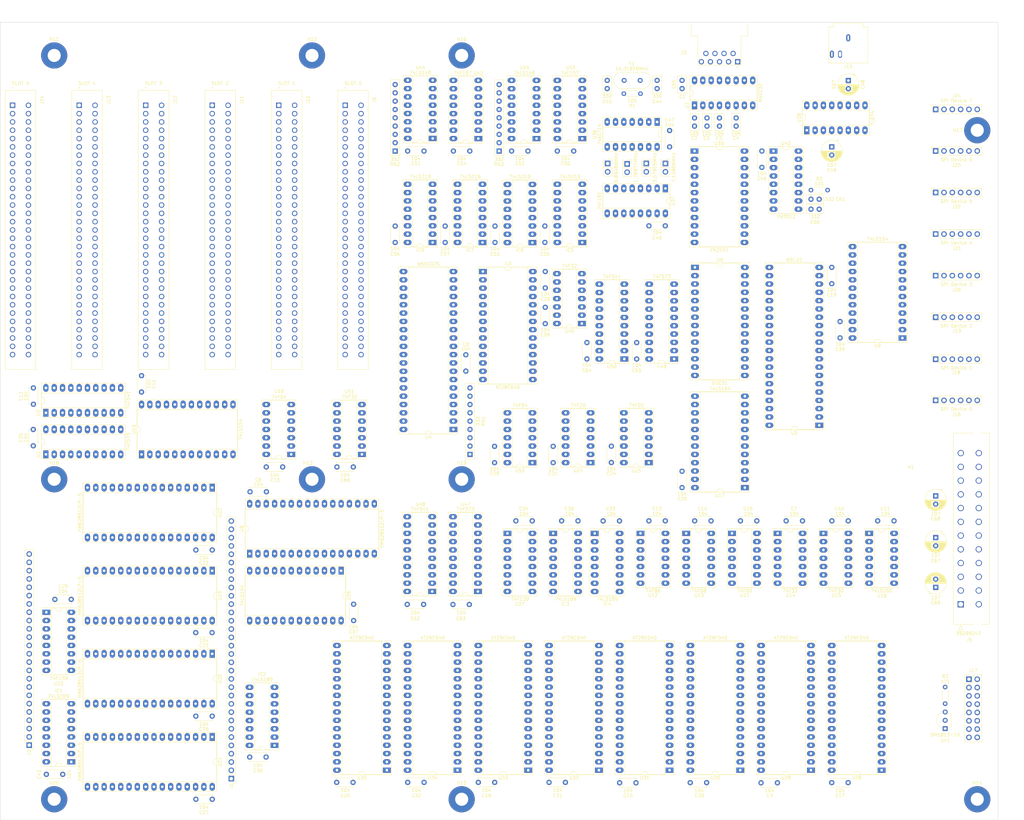
<source format=kicad_pcb>
(kicad_pcb (version 20240108) (generator "pcbnew") (generator_version "8.0")
  (layers (0 "F.Cu" mixed) (31 "B.Cu" signal) (34 "B.Paste" user) (35 "F.Paste" user) (36 "B.SilkS" user "B.Silkscreen") (37 "F.SilkS" user "F.Silkscreen") (38 "B.Mask" user) (39 "F.Mask" user) (44 "Edge.Cuts" user))
  (net 0 "")
  (net 1 "nRAMB3")
  (net 2 "T2")
  (net 3 "T3")
  (net 4 "T0")
  (net 5 "D0")
  (net 6 "nRAMB2")
  (net 7 "T1")
  (net 8 "Net-(IC1-R{slash}~{W})")
  (net 9 "nRAMB0")
  (net 10 "nRAMB1")
  (net 11 "nRAMB4")
  (net 12 "nRAMB7")
  (net 13 "nRAMB6")
  (net 14 "nRAMB5")
  (net 15 "nROMB2")
  (net 16 "nROMB3")
  (net 17 "nROMB1")
  (net 18 "nROMB0")
  (net 19 "Net-(IC3-R{slash}~{W})")
  (net 20 "nROMB5")
  (net 21 "nROMB4")
  (net 22 "nROMB6")
  (net 23 "nROMB7")
  (net 24 "T7")
  (net 25 "!RWB")
  (net 26 "T5")
  (net 27 "T4")
  (net 28 "RWB")
  (net 29 "T6")
  (net 30 "A8")
  (net 31 "A9")
  (net 32 "A12")
  (net 33 "A7")
  (net 34 "A5")
  (net 35 "A1")
  (net 36 "A4")
  (net 37 "A11")
  (net 38 "A10")
  (net 39 "A2")
  (net 40 "A0")
  (net 41 "A3")
  (net 42 "A6")
  (net 47 "FFF0_L")
  (net 48 "nFFF0_S")
  (net 49 "nOSR_S")
  (net 50 "NMIB")
  (net 51 "RESB")
  (net 52 "PHI1O")
  (net 53 "PHI2O")
  (net 55 "+5VA")
  (net 56 "IRQB")
  (net 57 "A15")
  (net 58 "SOB")
  (net 59 "A14")
  (net 60 "PHI2")
  (net 61 "A13")
  (net 62 "SPI_MOSI")
  (net 67 "nIOP0_S")
  (net 70 "SPI_MISO")
  (net 79 "nIOP1_S")
  (net 80 "Net-(C44-Pad1)")
  (net 81 "Net-(U37-Cp)")
  (net 83 "nIOP13_S")
  (net 84 "nIOP3_S")
  (net 85 "nIOP5_S")
  (net 86 "nIOP6_S")
  (net 87 "nIOP12_S")
  (net 88 "nIOP11_S")
  (net 89 "nIOP15_S")
  (net 90 "nIOP10_S")
  (net 91 "nIOP2_S")
  (net 92 "nIOP9_S")
  (net 93 "nIOP8_S")
  (net 94 "nIOP7_S")
  (net 95 "HS_CLK")
  (net 96 "nIOP4_S")
  (net 97 "nIOP14_S")
  (net 98 "Net-(U11-Pad9)")
  (net 99 "nBRO_S")
  (net 100 "Net-(U10-~{E0})")
  (net 101 "Net-(U11-Pad5)")
  (net 102 "nBRA_S")
  (net 103 "Net-(U11-Pad13)")
  (net 104 "nDPR_S")
  (net 106 "Net-(U13-Pad8)")
  (net 107 "Net-(U13-Pad10)")
  (net 108 "Net-(U13-Pad9)")
  (net 109 "nIOB0_S")
  (net 111 "nIOB15_S")
  (net 112 "nIOB12_S")
  (net 113 "nIOB7_S")
  (net 114 "nIOB13_S")
  (net 115 "nIOB14_S")
  (net 116 "nIOB4_S")
  (net 117 "nIOB6_S")
  (net 118 "nIOB1_S")
  (net 119 "nIOB11_S")
  (net 120 "nIOB2_S")
  (net 121 "nIOB5_S")
  (net 122 "nIOB9_S")
  (net 123 "nIOB3_S")
  (net 124 "nIOB8_S")
  (net 125 "nIOB10_S")
  (net 126 "DPR_S")
  (net 127 "!A0")
  (net 128 "SER_CLK")
  (net 129 "Net-(U37-Q1)")
  (net 130 "Net-(J4-Pad1)")
  (net 131 "nBRC0_S")
  (net 132 "Net-(U24-Pad10)")
  (net 133 "nBRC8_S")
  (net 134 "nBRC14_S")
  (net 135 "nBRC5_S")
  (net 136 "nBRC1_S")
  (net 137 "nBRC10_S")
  (net 138 "nBRC2_S")
  (net 139 "nBRC7_S")
  (net 140 "nBRC11_S")
  (net 141 "nBRC9_S")
  (net 142 "nBRC6_S")
  (net 143 "nBRC3_S")
  (net 144 "nBRC12_S")
  (net 145 "nBRC15_S")
  (net 146 "nBRC13_S")
  (net 147 "nBRC4_S")
  (net 148 "nBROMC2_S")
  (net 149 "nBROMC1_S")
  (net 150 "nBROMC0_S")
  (net 151 "nBROMC4_S")
  (net 152 "nBROMC7_S")
  (net 153 "nBROMC6_S")
  (net 154 "nBROMC5_S")
  (net 155 "nBROMC3_S")
  (net 156 "D2")
  (net 157 "D3")
  (net 158 "D1")
  (net 159 "D4")
  (net 160 "D5")
  (net 161 "D7")
  (net 162 "Net-(J6-Pad1)")
  (net 163 "RDY")
  (net 164 "SND_CLK")
  (net 165 "Net-(U40-COM)")
  (net 166 "Net-(U37-Q2)")
  (net 167 "Net-(R3-Pad2)")
  (net 168 "Net-(U37-Q0)")
  (net 171 "+3.3V")
  (net 172 "+12V")
  (net 173 "-12V")
  (net 175 "SYNC")
  (net 176 "Net-(U37-Q3)")
  (net 177 "Net-(U40-CH2)")
  (net 178 "Net-(U40-BC)")
  (net 179 "Net-(U40-RB)")
  (net 180 "Net-(U40-CH1)")
  (net 181 "Net-(U40-ToBUFF)")
  (net 182 "Net-(U40-MP)")
  (net 184 "Net-(U39A-SH1)")
  (net 185 "Net-(U39A-DAC_CLK)")
  (net 186 "Net-(U39A-SO)")
  (net 187 "Net-(U39A-SH2)")
  (net 189 "-5V")
  (net 190 "SPI_CLK")
  (net 191 "MLB")
  (net 192 "BE")
  (net 193 "VPB")
  (net 194 "nIO_S")
  (net 195 "q2")
  (net 196 "q0")
  (net 197 "q1")
  (net 198 "q3")
  (net 199 "Net-(J17-Pin_15)")
  (net 200 "Net-(J17-Pin_13)")
  (net 201 "SND_CR")
  (net 202 "nIRQ2")
  (net 203 "I2C_SCL")
  (net 204 "SND_CL")
  (net 205 "I2C_SDA")
  (net 206 "nIRQ3")
  (net 207 "nBROMD")
  (net 208 "nIRQ10")
  (net 209 "nIRQ5")
  (net 210 "nIRQ6")
  (net 211 "nIRQ11")
  (net 212 "nIRQ7")
  (net 213 "nIRQ12")
  (net 214 "nIRQ14")
  (net 215 "nIRQ9")
  (net 216 "nIRQ8")
  (net 217 "nIRQ13")
  (net 218 "Net-(J17-Pin_16)")
  (net 228 "BROMD")
  (net 229 "Net-(U45-~{GS})")
  (net 230 "Net-(U44-~{GS})")
  (net 231 "Net-(U42-A{slash}B)")
  (net 232 "Net-(U42-I1c)")
  (net 233 "Net-(U42-Qc)")
  (net 234 "Net-(U42-I1a)")
  (net 235 "Net-(U42-I0c)")
  (net 236 "Net-(U42-I1b)")
  (net 237 "Net-(U42-Qb)")
  (net 238 "Net-(U42-I0b)")
  (net 239 "Net-(U42-Qd)")
  (net 240 "Net-(U42-Qa)")
  (net 241 "Net-(U42-I0a)")
  (net 242 "nIRQ0")
  (net 243 "nIRQ4")
  (net 244 "Net-(U44-~{EO})")
  (net 245 "nIRQ1")
  (net 246 "nIRQ15")
  (net 247 "Net-(IC5-~{S})")
  (net 248 "Net-(IC7-~{S})")
  (net 252 "Net-(U14-Pad6)")
  (net 253 "GND")
  (net 254 "Net-(J15-PadT)")
  (net 255 "Net-(J15-PadR)")
  (net 256 "FFF1_L")
  (net 257 "Net-(U18-Pad11)")
  (net 258 "U0")
  (net 259 "U6")
  (net 260 "U5")
  (net 261 "U3")
  (net 262 "U1")
  (net 263 "U4")
  (net 264 "U2")
  (net 265 "U7")
  (net 266 "nFFF1_S")
  (net 267 "FFF2_L")
  (net 268 "nFFF2_S")
  (net 269 "Net-(U51-Pad11)")
  (net 270 "V0")
  (net 271 "V1")
  (net 272 "V3")
  (net 273 "V2")
  (net 274 "V4")
  (net 275 "V7")
  (net 276 "V6")
  (net 277 "V5")
  (net 279 "D6")
  (net 280 "Net-(U11-Pad1)")
  (net 281 "Net-(U11-Pad2)")
  (net 282 "Net-(U19-~{CE})")
  (net 283 "Net-(U20-~{CE})")
  (net 284 "Net-(U21-~{CE})")
  (net 285 "Net-(U22-~{CE})")
  (net 286 "SPI_A2")
  (net 287 "SPI_A3")
  (net 288 "SPI_A0")
  (net 289 "SPI_A1")
  (net 290 "Net-(U7-C1-)")
  (net 291 "Net-(U7-C1+)")
  (net 292 "Net-(U7-VS+)")
  (net 293 "Net-(U7-VS-)")
  (net 294 "Net-(U7-C2-)")
  (net 295 "Net-(U7-C2+)")
  (net 296 "Net-(U7-T2OUT)")
  (net 297 "Net-(U7-R1IN)")
  (net 298 "Net-(U7-T1OUT)")
  (net 299 "Net-(U7-R2IN)")
  (net 300 "Net-(U6-~{RTS})")
  (net 301 "Net-(U6-RxD)")
  (net 302 "Net-(U6-TxD)")
  (net 303 "Net-(U6-~{CTS})")
  (net 304 "nSPI_CS")
  (net 307 "Net-(U13-Pad3)")
  (net 308 "Net-(U14-Pad13)")
  (net 313 "nTRA_S")
  (net 315 "nSPI_CS1")
  (net 316 "nSPI_CS4")
  (net 317 "nSPI_CS6")
  (net 318 "nSPI_CS0")
  (net 319 "nSPI_CS14")
  (net 320 "nSPI_CS2")
  (net 321 "nSPI_CS13")
  (net 322 "nSPI_CS11")
  (net 323 "nSPI_CS3")
  (net 324 "nSPI_CS10")
  (net 325 "nSPI_CS5")
  (net 326 "nSPI_CS9")
  (net 327 "nSPI_CS7")
  (net 328 "nSPI_CS15")
  (net 329 "nSPI_CS12")
  (net 330 "nSPI_CS8")
  (net 332 "Net-(U12-Pad3)")
  (net 335 "Net-(U13-Pad13)")
  (net 336 "+5V")
  (footprint "Package_DIP:DIP-32_W15.24mm_Socket_LongPads" (layer "F.Cu") (at -240.03 218.44 -90)
    (property "Reference" "U20")
    (property "Value" "HM628512LP-5")
  )
  (footprint "Package_DIP:DIP-20_W7.62mm_Socket_LongPads" (layer "F.Cu") (at -98.938 128.327 180)
    (property "Reference" "U49")
    (property "Value" "74F573")
  )
  (footprint "Package_DIP:DIP-16_W7.62mm_Socket_LongPads" (layer "F.Cu") (at -220.9985 246.4361 180)
    (property "Reference" "IC2")
    (property "Value" "74LS189")
  )
  (footprint "Capacitor_THT:C_Disc_D5.0mm_W2.5mm_P2.50mm" (layer "F.Cu") (at -57.13 79.502)
    (property "Reference" "C61")
    (property "Value" "332")
  )
  (footprint "Package_DIP:DIP-16_W7.62mm_Socket_LongPads" (layer "F.Cu") (at -283.083 251.46 180)
    (property "Reference" "IC1")
    (property "Value" "74LS189")
  )
  (footprint "Package_DIP:DIP-40_W15.24mm_Socket_LongPads" (layer "F.Cu") (at -166.37 149.86 180)
    (property "Reference" "U4")
    (property "Value" "W65C02S")
  )
  (footprint "Package_DIP:DIP-14_W7.62mm_Socket_LongPads" (layer "F.Cu") (at -194.31 157.48 180)
    (property "Reference" "U51")
    (property "Value" "74F32")
  )
  (footprint "MountingHole:MountingHole_4mm_Pad_TopBottom" (layer "F.Cu") (at -163.83 35.56)
    (property "Reference" "H16")
    (property "Value" "MountingHole_Pad")
  )
  (footprint "Package_DIP:DIP-32_W15.24mm_Socket_LongPads" (layer "F.Cu") (at -165.1 254 180)
    (property "Reference" "U34")
    (property "Value" "AT29C040")
  )
  (footprint "Connector_PinSocket_2.54mm:PinSocket_1x06_P2.54mm_Vertical" (layer "F.Cu") (at -19.05 90.145 90)
    (property "Reference" "J21")
    (property "Value" "SPI Device 4")
  )
  (footprint "Package_DIP:DIP-14_W7.62mm_Socket_LongPads" (layer "F.Cu") (at -104.14 55.88 -90)
    (property "Reference" "U36")
    (property "Value" "74ACT14")
  )
  (footprint "Package_DIP:DIP-20_W7.62mm_Socket_LongPads" (layer "F.Cu") (at -158.877 199.39 180)
    (property "Reference" "U47")
    (property "Value" "74F573")
  )
  (footprint "PC Edge:TE_7-5530843-0" (layer "F.Cu") (at -196.9897 88.9 -90)
    (property "Reference" "J9")
    (property "Value" "SLOT 0")
  )
  (footprint "Package_DIP:DIP-28_W15.24mm_Socket_LongPads" (layer "F.Cu") (at -92.588 100.33)
    (property "Reference" "U6")
    (property "Value" "65C51")
  )
  (footprint "Capacitor_THT:C_Disc_D5.0mm_W2.5mm_P5.00mm" (layer "F.Cu") (at -134.62 64.77)
    (property "Reference" "C50")
    (property "Value" "104")
  )
  (footprint "MountingHole:MountingHole_4mm_Pad_TopBottom" (layer "F.Cu") (at -163.83 165.1)
    (property "Reference" "H19")
    (property "Value" "MountingHole_Pad")
  )
  (footprint "Package_DIP:DIP-16_W7.62mm_Socket_LongPads" (layer "F.Cu") (at -290.693 205.73)
    (property "Reference" "U23")
    (property "Value" "74F139")
  )
  (footprint "Package_DIP:DIP-32_W15.24mm_Socket_LongPads" (layer "F.Cu") (at -240.03 193.04 -90)
    (property "Reference" "U19")
    (property "Value" "HM628512LP-5")
  )
  (footprint "Capacitor_THT:C_Disc_D5.0mm_W2.5mm_P5.00mm" (layer "F.Cu") (at -118.11 159.98 90)
    (property "Reference" "C24")
    (property "Value" "104")
  )
  (footprint "Capacitor_THT:C_Disc_D5.0mm_W2.5mm_P5.00mm" (layer "F.Cu") (at -202.0103 257.735)
    (property "Reference" "C20")
    (property "Value" "104")
  )
  (footprint "Capacitor_THT:C_Disc_D5.0mm_W2.5mm_P5.00mm" (layer "F.Cu") (at -128.3069 177.8 180)
    (property "Reference" "C38")
    (property "Value" "104")
  )
  (footprint "Connector_PinSocket_2.54mm:PinSocket_1x06_P2.54mm_Vertical" (layer "F.Cu") (at -19.05 128.397 90)
    (property "Reference" "J18")
    (property "Value" "SPI Device 1")
  )
  (footprint "Capacitor_THT:CP_Radial_D6.3mm_P2.50mm" (layer "F.Cu") (at -45.72 43.22 -90)
    (property "Reference" "C48")
    (property "Value" "107")
  )
  (footprint "Package_DIP:DIP-14_W7.62mm_Socket_LongPads" (layer "F.Cu") (at -124.46 160.02 180)
    (property "Reference" "U24")
    (property "Value" "74F20")
  )
  (footprint "Capacitor_THT:C_Disc_D5.0mm_W2.5mm_P5.00mm" (layer "F.Cu") (at -138.303 117.532 90)
    (property "Reference" "C58")
    (property "Value" "104")
  )
  (footprint "Capacitor_THT:C_Disc_D5.0mm_W2.5mm_P5.00mm" (layer "F.Cu") (at -158.7508 257.735)
    (property "Reference" "C18")
    (property "Value" "104")
  )
  (footprint "Resistor_THT:R_Axial_DIN0204_L3.6mm_D1.6mm_P5.08mm_Horizontal" (layer "F.Cu") (at -109.22 47.244 180)
    (property "Reference" "R1")
    (property "Value" "105")
  )
  (footprint "Capacitor_THT:C_Disc_D5.0mm_W2.5mm_P5.00mm" (layer "F.Cu") (at -72.3953 257.862)
    (property "Reference" "C9")
    (property "Value" "104")
  )
  (footprint "Connector_Dsub:DSUB-9_Male_Horizontal_P2.77x2.54mm_EdgePinOffset9.40mm" (layer "F.Cu") (at -79.54 37.4863 180)
    (property "Reference" "J3")
    (property "Value" "DE9_Plug")
  )
  (footprint "Capacitor_THT:C_Disc_D5.0mm_W2.5mm_P5.00mm" (layer "F.Cu") (at -50.789 100.3232 -90)
    (property "Reference" "C19")
    (property "Value" "104")
  )
  (footprint "Capacitor_THT:C_Disc_D5.0mm_W2.5mm_P5.00mm" (layer "F.Cu") (at -261.62 138.43 90)
    (property "Reference" "C41")
    (property "Value" "104")
  )
  (footprint "Package_DIP:DIP-16_W7.62mm_Socket_LongPads" (layer "F.Cu") (at -127 92.71 180)
    (property "Reference" "IC5")
    (property "Value" "74LS219")
  )
  (footprint "Package_DIP:DIP-24_W15.24mm_Socket_LongPads" (layer "F.Cu") (at -92.71 64.77)
    (property "Reference" "U39")
    (property "Value" "YM2151")
  )
  (footprint "Connector_PinHeader_2.54mm:PinHeader_2x01_P2.54mm_Vertical" (layer "F.Cu") (at -113.284 68.702 -90)
    (property "Reference" "J7" (hide yes))
    (property "Value" "1.78977MHz")
  )
  (footprint "Capacitor_THT:C_Disc_D5.0mm_W2.5mm_P5.00mm" (layer "F.Cu") (at -48.26 121.88 90)
    (property "Reference" "C39")
    (property "Value" "104")
  )
  (footprint "Package_DIP:DIP-14_W7.62mm_Socket_LongPads" (layer "F.Cu") (at -106.68 160.02 180)
    (property "Reference" "U25")
    (property "Value" "74F02")
  )
  (footprint "Capacitor_THT:C_Disc_D5.0mm_W2.5mm_P5.00mm" (layer "F.Cu") (at -94.0175 257.81)
    (property "Reference" "C30")
    (property "Value" "104")
  )
  (footprint "Capacitor_THT:C_Disc_D5.0mm_W2.5mm_P5.00mm" (layer "F.Cu") (at -283.0859 201.8018 180)
    (property "Reference" "C25")
    (property "Value" "104")
  )
  (footprint "Resistor_THT:R_Array_SIP9" (layer "F.Cu") (at -184.15 64.77 90)
    (property "Reference" "RN2")
    (property "Value" "332")
  )
  (footprint "Package_DIP:DIP-16_W7.62mm_Socket_LongPads" (layer "F.Cu") (at -135.89 181.61)
    (property "Reference" "IC3")
    (property "Value" "74LS189")
  )
  (footprint "Capacitor_THT:C_Disc_D5.0mm_W2.5mm_P5.00mm" (layer "F.Cu") (at -175.467 203.327 180)
    (property "Reference" "C62")
    (property "Value" "104")
  )
  (footprint "Capacitor_THT:C_Disc_D5.0mm_W2.5mm_P5.00mm" (layer "F.Cu") (at -96.52 167.64 90)
    (property "Reference" "C29")
    (property "Value" "104")
  )
  (footprint "Capacitor_THT:C_Disc_D5.0mm_W2.5mm_P5.00mm" (layer "F.Cu") (at -184.143 92.714 90)
    (property "Reference" "C56")
    (property "Value" "104")
  )
  (footprint "Package_DIP:DIP-20_W7.62mm_Socket_LongPads" (layer "F.Cu") (at -172.847 199.39 180)
    (property "Reference" "U48")
    (property "Value" "74F541")
  )
  (footprint "Package_DIP:DIP-16_W7.62mm_Socket_LongPads" (layer "F.Cu") (at -172.72 92.71 180)
    (property "Reference" "IC8")
    (property "Value" "74LS219")
  )
  (footprint "Package_DIP:DIP-16_W7.62mm_Socket_LongPads" (layer "F.Cu") (at -123.205 181.625)
    (property "Reference" "IC4")
    (property "Value" "74LS189")
  )
  (footprint "Capacitor_THT:CP_Radial_D6.3mm_P2.50mm" (layer "F.Cu") (at -19.05 170.18 -90)
    (property "Reference" "C68")
    (property "Value" "107")
  )
  (footprint "Capacitor_THT:C_Disc_D5.0mm_W2.5mm_P5.00mm" (layer "F.Cu") (at -45.7569 177.8 180)
    (property "Reference" "C42")
    (property "Value" "104")
  )
  (footprint "PC Edge:TE_7-5530843-0" (layer "F.Cu") (at -278.2443 88.9 -90)
    (property "Reference" "J13")
    (property "Value" "SLOT 4")
  )
  (footprint "Connector_PinSocket_2.54mm:PinSocket_1x06_P2.54mm_Vertical" (layer "F.Cu") (at -19.05 140.97 90)
    (property "Reference" "J16")
    (property "Value" "SPI Device 0")
  )
  (footprint "Package_DIP:DIP-24_W15.24mm_Socket_LongPads" (layer "F.Cu") (at -77.343 167.655 180)
    (property "Reference" "U17")
    (property "Value" "74LS154")
  )
  (footprint "Connector_PinHeader_2.54mm:PinHeader_2x01_P2.54mm_Vertical" (layer "F.Cu") (at -107.442 68.575 -90)
    (property "Reference" "J8" (hide yes))
    (property "Value" "3.57955MHz")
  )
  (footprint "Package_TO_SOT_THT:TO-92_Inline_Wide" (layer "F.Cu") (at -16.15 241.3 90)
    (property "Reference" "U41")
    (property "Value" "DM1813-10")
  )
  (footprint "Capacitor_THT:C_Disc_D5.0mm_W2.5mm_P5.00mm" (layer "F.Cu") (at -72.136 64.77 -90)
    (property "Reference" "C46")
    (property "Value" "104")
  )
  (footprint "Capacitor_THT:C_Disc_D5.0mm_W2.5mm_P5.00mm" (layer "F.Cu") (at -153.658 92.7129 90)
    (property "Reference" "C53")
    (property "Value" "104")
  )
  (footprint "Package_DIP:DIP-32_W15.24mm_Socket_LongPads" (layer "F.Cu") (at -78.74 254 180)
    (property "Reference" "U30")
    (property "Value" "AT29C040")
  )
  (footprint "Package_DIP:DIP-14_W7.62mm_Socket_LongPads" (layer "F.Cu") (at -142.24 160.025 180)
    (property "Reference" "U52")
    (property "Value" "74F04")
  )
  (footprint "Package_DIP:DIP-14_W7.62mm_Socket_LongPads" (layer "F.Cu") (at -81.28 181.61)
    (property "Reference" "U11")
    (property "Value" "74F00")
  )
  (footprint "Capacitor_THT:C_Disc_D5.0mm_W2.5mm_P5.00mm" (layer "F.Cu") (at -166.3578 64.7677)
    (property "Reference" "C54")
    (property "Value" "104")
  )
  (footprint "Capacitor_THT:C_Disc_D5.0mm_W2.5mm_P5.00mm" (layer "F.Cu") (at -142.2769 177.8 180)
    (property "Reference" "C34")
    (property "Value" "104")
  )
  (footprint "Package_DIP:DIP-16_W7.62mm_Socket_LongPads" (layer "F.Cu") (at -68.58 64.77)
    (property "Reference" "U40")
    (property "Value" "YM3012")
  )
  (footprint "Package_DIP:DIP-16_W7.62mm_Socket_LongPads" (layer "F.Cu") (at -142.24 92.75 180)
    (property "Reference" "IC6")
    (property "Value" "74LS219")
  )
  (footprint "Package_DIP:DIP-14_W7.62mm_Socket_LongPads" (layer "F.Cu") (at -215.9 157.48 180)
    (property "Reference" "U18")
    (property "Value" "74F04")
  )
  (footprint "Capacitor_THT:C_Disc_D5.0mm_W2.5mm_P5.00mm" (layer "F.Cu") (at -73.6819 177.8 180)
    (property "Reference" "C16")
    (property "Value" "104")
  )
  (footprint "Resistor_THT:R_Array_SIP9" (layer "F.Cu") (at -152.4 64.77 90)
    (property "Reference" "RN3")
    (property "Value" "332")
  )
  (footprint "Capacitor_THT:C_Disc_D5.0mm_W2.5mm_P5.00mm" (layer "F.Cu") (at -223.52 161.33)
    (property "Reference" "C13")
    (property "Value" "104")
  )
  (footprint "Capacitor_THT:C_Disc_D5.0mm_W2.5mm_P5.00mm" (layer "F.Cu") (at -101.6332 177.8 180)
    (property "Reference" "C15")
    (property "Value" "104")
  )
  (footprint "Package_DIP:DIP-32_W15.24mm_Socket_LongPads" (layer "F.Cu") (at -57.15 254 180)
    (property "Reference" "U29")
    (property "Value" "AT29C040")
  )
  (footprint "Capacitor_THT:C_Disc_D5.0mm_W2.5mm_P5.00mm" (layer "F.Cu") (at -59.73 177.8 180)
    (property "Reference" "C7")
    (property "Value" "104")
  )
  (footprint "Connector_PinHeader_2.54mm:PinHeader_2x01_P2.54mm_Vertical" (layer "F.Cu") (at -101.6 68.58 -90)
    (property "Reference" "J4" (hide yes))
    (property "Value" "7.15909MHz")
  )
  (footprint "Package_DIP:DIP-24_W15.24mm_Socket_LongPads" (layer "F.Cu") (at -29.21 121.92 180)
    (property "Reference" "U9")
    (property "Value" "74LS154")
  )
  (footprint "Package_DIP:DIP-32_W15.24mm_Socket_LongPads" (layer "F.Cu") (at -228.6 187.833 90)
    (property "Reference" "U8")
    (property "Value" "HM628512LP-5")
  )
  (footprint "Package_DIP:DIP-20_W7.62mm_Socket_LongPads" (layer "F.Cu") (at -290.83 144.78 90)
    (property "Reference" "U2")
    (property "Value" "74F541")
  )
  (footprint "Capacitor_THT:C_Disc_D5.0mm_W2.5mm_P5.00mm" (layer "F.Cu") (at -115.5903 257.8543)
    (property "Reference" "C10")
    (property "Value" "104")
  )
  (footprint "PC Edge:TE_7-5530843-0" (layer "F.Cu") (at -237.6043 88.9 -90)
    (property "Reference" "J11")
    (property "Value" "SLOT 2")
  )
  (footprint "MountingHole:MountingHole_4mm_Pad_TopBottom" (layer "F.Cu") (at -209.55 35.56)
    (property "Reference" "H12")
    (property "Value" "MountingHole_Pad")
  )
  (footprint "Connector_PinHeader_2.54mm:PinHeader_1x32_P2.54mm_Vertical" (layer "F.Cu") (at -234.19 256.5861 180)
    (property "Reference" "J1")
    (property "Value" "Conn_01x32")
  )
  (footprint "Capacitor_THT:C_Disc_D5.0mm_W2.5mm_P5.00mm" (layer "F.Cu") (at -166.497 203.3679)
    (property "Reference" "C63")
    (property "Value" "104")
  )
  (footprint "Capacitor_THT:C_Disc_D5.0mm_W2.5mm_P5.00mm" (layer "F.Cu") (at -138.4193 92.6981 90)
    (property "Reference" "C55")
    (property "Value" "104")
  )
  (footprint "Capacitor_THT:C_Disc_D5.0mm_W2.5mm_P5.00mm" (layer "F.Cu") (at -294.64 137.16 -90)
    (property "Reference" "C12")
    (property "Value" "104")
  )
  (footprint "Package_DIP:DIP-14_W7.62mm_Socket_LongPads" (layer "F.Cu") (at -109.22 181.61)
    (property "Reference" "U12")
    (property "Value" "74F86")
  )
  (footprint "Package_DIP:DIP-14_W7.62mm_Socket_LongPads" (layer "F.Cu") (at -39.37 181.61)
    (property "Reference" "U16")
    (property "Value" "74LS260")
  )
  (footprint "Capacitor_THT:CP_Radial_D6.3mm_P2.50mm" (layer "F.Cu") (at -50.8 63.5 -90)
    (property "Reference" "C49")
    (property "Value" "107")
  )
  (footprint "MountingHole:MountingHole_4mm" (layer "F.Cu") (at -26.67 166.37)
    (property "Reference" "H1")
    (property "Value" "MountingHole")
  )
  (footprint "Package_DIP:DIP-14_W7.62mm_Socket_LongPads" (layer "F.Cu") (at -127.127 117.49 180)
    (property "Reference" "U46")
    (property "Value" "74F32")
  )
  (footprint "Crystal:Crystal_HC18-U_Vertical" (layer "F.Cu") (at -109.31 43.18 180)
    (property "Reference" "Y1")
    (property "Value" "14.31818MHz")
  )
  (footprint "Capacitor_THT:C_Disc_D5.0mm_W2.5mm_P5.00mm" (layer "F.Cu") (at -201.93 161.33)
    (property "Reference" "C66")
    (property "Value" "104")
  )
  (footprint "Capacitor_THT:C_Disc_D5.0mm_W2.5mm_P5.00mm" (layer "F.Cu") (at -115.6293 177.822 180)
    (property "Reference" "C33")
    (property "Value" "104")
  )
  (footprint "Capacitor_THT:C_Disc_D5.0mm_W2.5mm_P5.00mm" (layer "F.Cu") (at -240.07 211.963 180)
    (property "Reference" "C23")
    (property "Value" "104")
  )
  (footprint "Capacitor_THT:CP_Radial_D6.3mm_P2.50mm" (layer "F.Cu") (at -19.05 198.12 90)
    (property "Reference" "C69")
    (property "Value" "107")
  )
  (footprint "Capacitor_THT:C_Disc_D5.0mm_W2.5mm_P2.50mm" (layer "F.Cu") (at -88.9 54.66 -90)
    (property "Reference" "C3")
    (property "Value" "105")
  )
  (footprint "Package_DIP:DIP-28_W15.24mm_Socket_LongPads" (layer "F.Cu") (at -157.353 101.6)
    (property "Reference" "U3")
    (property "Value" "AT28C64B")
  )
  (footprint "Capacitor_THT:C_Disc_D5.0mm_W2.5mm_P5.00mm" (layer "F.Cu") (at -135.89 160.02 90)
    (property "Reference" "C21")
    (property "Value" "104")
  )
  (footprint "Package_DIP:DIP-14_W7.62mm_Socket_LongPads" (layer "F.Cu") (at -53.34 181.61)
    (property "Reference" "U15")
    (property "Value" "74F30")
  )
  (footprint "Package_DIP:DIP-32_W15.24mm_Socket_LongPads" (layer "F.Cu") (at -186.69 254 180)
    (property "Reference" "U35")
    (property "Value" "AT29C040")
  )
  (footprint "Capacitor_THT:C_Disc_D5.0mm_W2.5mm_P5.00mm" (layer "F.Cu") (at -137.1467 257.735)
    (property "Reference" "C31")
    (property "Value" "104")
  )
  (footprint "Capacitor_THT:C_Disc_D5.0mm_W2.5mm_P5.00mm" (layer "F.Cu") (at -87.6669 177.8 180)
    (property "Reference" "C14")
    (property "Value" "104")
  )
  (footprint "Package_DIP:DIP-32_W15.24mm_Socket_LongPads" (layer "F.Cu") (at -240.03 167.64 -90)
    (property "Reference" "U22")
    (property "Value" "HM628512LP-5")
  )
  (footprint "Package_DIP:DIP-20_W7.62mm_Socket_LongPads" (layer "F.Cu") (at -114.163 128.322 180)
    (property "Reference" "U50")
    (property "Value" "74F541")
  )
  (footprint "Package_DIP:DIP-16_W7.62mm_Socket_LongPads" (layer "F.Cu") (at -58.42 58.42 90)
    (property "Reference" "U38")
    (property "Value" "TL074")
  )
  (footprint "PC Edge:TE_7-5530843-0" (layer "F.Cu") (at -217.2843 88.9 -90)
    (property "Reference" "J10")
    (property "Value" "SLOT 1")
  )
  (footprint "Package_DIP:DIP-16_W7.62mm_Socket_LongPads" (layer "F.Cu") (at -92.71 50.8 90)
    (property "Reference" "U7")
    (property "Value" "MAX232")
  )
  (footprint "Package_DIP:DIP-20_W7.62mm_Socket_LongPads" (layer "F.Cu") (at -290.83 157.48 90)
    (property "Reference" "U1")
    (property "Value" "74F573")
  )
  (footprint "Package_DIP:DIP-32_W15.24mm_Socket_LongPads" (layer "F.Cu") (at -100.33 254 180)
    (property "Reference" "U31")
    (property "Value" "AT29C040")
  )
  (footprint "MountingHole:MountingHole_4mm_Pad_TopBottom" (layer "F.Cu") (at -163.83 262.89)
    (property "Reference" "H15")
    (property "Value" "MountingHole_Pad")
  )
  (footprint "Capacitor_THT:C_Disc_D5.0mm_W2.5mm_P5.00mm" (layer "F.Cu") (at -240.03 237.49 180)
    (property "Reference" "C26")
    (property "Value" "104")
  )
  (footprint "Capacitor_THT:C_Disc_D5.0mm_W2.5mm_P2.50mm" (layer "F.Cu") (at -92.71 54.66 -90)
    (property "Reference" "C2")
    (property "Value" "105")
  )
  (footprint "PC Edge:TE_7-5530843-0" (layer "F.Cu") (at -298.5897 88.9 -90)
    (property "Reference" "J14")
    (property "Value" "SLOT 5")
  )
  (footprint "PC Edge:TE_7-5530843-0" (layer "F.Cu") (at -257.9243 88.9 -90)
    (property "Reference" "J12")
    (property "Value" "SLOT 3")
  )
  (footprint "Capacitor_THT:C_Disc_D5.0mm_W2.5mm_P5.00mm" (layer "F.Cu") (at -148.5887 64.766)
    (property "Reference" "C52")
    (property "Value" "104")
  )
  (footprint "Capacitor_THT:C_Disc_D5.0mm_W2.5mm_P5.00mm" (layer "F.Cu") (at -110.383 128.332 90)
    (property "Reference" "C65")
    (property "Value" "104")
  )
  (footprint "MountingHole:MountingHole_4mm_Pad_TopBottom" (layer "F.Cu") (at -288.29 35.56)
    (property "Reference" "H11")
    (property "Value" "MountingHole_Pad")
  )
  (footprint "Package_DIP:DIP-32_W15.24mm_Socket_LongPads" (layer "F.Cu") (at -35.56 254 180)
    (property "Reference" "U28")
    (property "Value" "AT29C040")
  )
  (footprint "Package_DIP:DIP-24_W15.24mm_Socket_LongPads" (layer "F.Cu") (at -261.62 157.48 90)
    (property "Reference" "U10")
    (property "Value" "74LS154")
  )
  (footprint "Connector_PinSocket_2.54mm:PinSocket_1x06_P2.54mm_Vertical" (layer "F.Cu") (at -19.05 77.445 90)
    (property "Reference" "J22")
    (property "Value" "SPI Device 5")
  )
  (footprint "Capacitor_THT:C_Disc_D5.0mm_W2.5mm_P5.00mm" (layer "F.Cu") (at -180.34 64.7688)
    (property "Reference" "C51")
    (property "Value" "104")
  )
  (footprint "MountingHole:MountingHole_4mm_Pad_TopBottom" (layer "F.Cu") (at -288.29 262.89)
    (property "Reference" "H20")
    (property "Value" "MountingHole_Pad")
  )
  (footprint "Capacitor_THT:C_Disc_D4.3mm_W1.9mm_P5.00mm" (layer "F.Cu") (at -101.64 87.6314 180)
    (property "Reference" "C40")
    (property "Value" "104")
  )
  (footprint "Package_DIP:DIP-32_W15.24mm_Socket_LongPads" (layer "F.Cu") (at -143.51 254 180)
    (property "Reference" "U33")
    (property "Value" "AT29C040")
  )
  (footprint "MountingHole:MountingHole_4mm_Pad_TopBottom" (layer "F.Cu") (at -288.29 165.1)
    (property "Reference" "H18")
    (property "Value" "MountingHole_Pad")
  )
  (footprint "Connector_PinSocket_2.54mm:PinSocket_1x06_P2.54mm_Vertical" (layer "F.Cu") (at -19.05 115.57 90)
    (property "Reference" "J19")
    (property "Value" "SPI Device 2")
  )
  (footprint "Connector_PinSocket_2.54mm:PinSocket_1x06_P2.54mm_Vertical" (layer "F.Cu") (at -19.05 52.045 90)
    (property "Reference" "J24")
    (property "Value" "SPI Device 7")
  )
  (footprint "Capacitor_THT:C_Disc_D5.0mm_W2.5mm_P5.00mm" (layer "F.Cu") (at -100.33 63.5 90)
    (property "Reference" "C47")
    (property "Value" "104")
  )
  (footprint "Package_DIP:DIP-16_W7.62mm_Socket_LongPads" (layer "F.Cu") (at -158.75 60.96 180)
    (property "Reference" "U42")
    (property "Value" "74F157")
  )
  (footprint "Capacitor_THT:C_Disc_D5.0mm_W2.5mm_P2.50mm" (layer "F.Cu") (at -96.52 43.18 -90)
    (property "Reference" "C1")
    (property "Value" "105")
  )
  (footprint "Capacitor_THT:C_Disc_D5.0mm_W2.5mm_P5.00mm" (layer "F.Cu") (at -290.6908 255.27)
    (property "Reference" "C43")
    (property "Value" "104")
  )
  (footprint "Resistor_THT:R_Axial_DIN0204_L3.6mm_D1.6mm_P5.08mm_Horizontal" (layer "F.Cu") (at -16.1629 228.5924 -90)
    (property "Reference" "R2")
    (property "Value" "471")
  )
  (footprint "Package_DIP:DIP-14_W7.62mm_Socket_LongPads" (layer "F.Cu") (at -67.325 181.61)
    (property "Reference" "U14")
    (property "Value" "74F32")
  )
  (footprint "Capacitor_THT:CP_Radial_D6.3mm_P2.50mm" (layer "F.Cu") (at -19.05 182.92 -90)
    (property "Reference" "C67")
    (property "Value" "107")
  )
  (footprint "Connector_PinSocket_2.54mm:PinSocket_1x06_P2.54mm_Vertical" (layer "F.Cu") (at -19.05 102.845 90)
    (property "Reference" "J20")
    (property "Value" "SPI Device 3")
  )
  (footprint "Capacitor_THT:C_Disc_D5.0mm_W2.5mm_P5.00mm" (layer "F.Cu") (at -240.0227 186.7007 180)
    (property "Reference" "C22")
    (property "Value" "104")
  )
  (footprint "Resistor_THT:R_Array_SIP9" (layer "F.Cu") (at -161.29 157.48 90)
    (property "Reference" "RN1")
    (property "Value" "332")
  )
  (footprint "Capacitor_THT:C_Disc_D5.0mm_W2.5mm_P5.00mm" (layer "F.Cu") (at -228.473 168.91)
    (property "Reference" "C6")
    (property "Value" "104")
  )
  (footprint "Capacitor_THT:C_Disc_D5.0mm_W2.5mm_P2.50mm" (layer "F.Cu") (at -80.01 57.16 90)
    (property "Reference" "C4")
    (property "Value" "105")
  )
  (footprint "Capacitor_THT:C_Disc_D5.0mm_W2.5mm_P5.00mm" (layer "F.Cu") (at -228.5785 249.9921)
    (property "Reference" "C36")
    (property "Value" "104")
  )
  (footprint "Capacitor_THT:C_Disc_D5.0mm_W2.5mm_P5.00mm" (layer "F.Cu") (at -240.0203 262.8836 180)
    (property "Reference" "C27")
    (property "Value" "104")
  )
  (footprint "Package_DIP:DIP-32_W15.24mm_Socket_LongPads" (layer "F.Cu") (at -240.03 243.84 -90)
    (property "Reference" "U21")
    (property "Value" "HM628512LP-5")
  )
  (footprint "Package_DIP:DIP-40_W15.24mm_Socket_LongPads" (layer "F.Cu") (at -54.615 148.59 180)
    (property "Reference" "U5")
    (property "Value" "65C22")
  )
  (footprint "Package_DIP:DIP-14_W7.62mm_Socket_LongPads" (layer "F.Cu") (at -95.25 181.61)
    (property "Reference" "U13")
    (property "Value" "74F08")
  )
  (footprint "Package_DIP:DIP-24_W15.24mm_Socket_LongPads" (layer "F.Cu") (at -200.66 193.04 -90)
    (property "Reference" "U26")
    (property "Value" "74LS154")
  )
  (footprint "Capacitor_THT:C_Disc_D5.0mm_W2.5mm_P5.00mm" (layer "F.Cu") (at -162.56 127.04 -90)
    (property "Reference" "C8")
    (property "Value" "104")
  )
  (footprint "Package_DIP:DIP-16_W7.62mm_Socket_LongPads" (layer "F.Cu") (at -127 60.96 180)
    (property "Reference" "U43")
    (property "Value" "74F157")
  )
  (footprint "Package_DIP:DIP-16_W7.62mm_Socket_LongPads" (layer "F.Cu") (at -101.6 76.2 -90)
    (property "Reference" "U37")
    (property "Value" "74F191")
  )
  (footprint "Resistor_THT:R_Axial_DIN0204_L3.6mm_D1.6mm_P5.08mm_Horizontal" (layer "F.Cu") (at -57.15 76.708)
    (property "Reference" "R3")
    (property "Value" "101")
  )
  (footprint "MountingHole:MountingHole_4mm_Pad_TopBottom" (layer "F.Cu") (at -6.35 262.89)
    (property "Reference" "H14")
    (property "Value" "MountingHole_Pad")
  )
  (footprint "Capacitor_THT:C_Disc_D5.0mm_W2.5mm_P2.50mm" (layer "F.Cu") (at -57.13 82.55)
    (property "Reference" "C60")
    (property "Value" "332")
  )
  (footprint "Connector_Audio:Jack_3.5mm_CUI_SJ1-3524N_Horizontal" (layer "F.Cu") (at -45.76 30.179 180)
    (property "Reference" "J15")
    (property "Value" "AudioJack3")
  )
  (footprint "Package_DIP:DIP-16_W7.62mm_Socket_LongPads" (layer "F.Cu") (at -157.48 92.71 180)
    (property "Reference" "IC7")
    (property "Value" "74LS219")
  )
  (footprint "Capacitor_THT:C_Disc_D5.0mm_W2.5mm_P5.00mm" (layer "F.Cu") (at -180.3203 257.735)
    (property "Reference" "C32")
    (property "Value" "104")
  )
  (footprint "Capacitor_THT:C_Disc_D5.0mm_W2.5mm_P2.50mm" (layer "F.Cu") (at -119.38 43.18 -90)
    (property "Reference" "C45")
    (property "Value" "330")
  )
  (footprint "Capacitor_THT:C_Disc_D5.0mm_W2.5mm_P5.00mm" (layer "F.Cu") (at -153.7898 160.025 90)
    (property "Reference" "C59")
    (property "Value" "104")
  )
  (footprint "Connector_PinSocket_2.54mm:PinSocket_1x06_P2.54mm_Vertical" (layer "F.Cu") (at -19.05 64.745 90)
    (property "Reference" "J23")
    (property "Value" "SPI Device 6")
  )
  (footprint "Capacitor_THT:C_Disc_D5.0mm_W2.5mm_P2.50mm" (layer "F.Cu") (at -85.09 54.66 -90)
    (property "Reference" "C5")
    (property "Value" "105")
  )
  (footprint "Connector_PinHeader_2.54mm:PinHeader_1x24_P2.54mm_Vertical" (layer "F.Cu") (at -295.9232 246.3608 180)
    (property "Reference" "J2")
    (property "Value" "Conn_01x24")
  )
  (footprint "Capacitor_THT:C_Disc_D5.0mm_W2.5mm_P5.00mm" (layer "F.Cu") (at -294.68 149.86 -90)
    (property "Reference" "C35")
    (property "Value" "104")
  )
  (footprint "MolexATX24:CON_39299247" (layer "F.Cu") (at -11.39 203.2999 -90)
    (property "Reference" "J5")
    (property "Value" "ATX-24")
  )
  (footprint "Connector_PinHeader_2.54mm:PinHeader_2x01_P2.54mm_Vertical" (layer "F.Cu") (at -119.253 68.58 -90)
    (property "Reference" "J6" (hide yes))
    (property "Value" "0.89489MHz")
  )
  (footprint "Package_DIP:DIP-16_W7.62mm_Socket_LongPads" (layer "F.Cu") (at -149.86 181.61)
    (property "Reference" "U27")
    (property "Value" "74F138")
  )
  (footprint "Package_DIP:DIP-16_W7.62mm_Socket_LongPads" (layer "F.Cu") (at -172.685 60.92 180)
    (property "Reference" "U44")
    (property "Value" "74LS148")
  )
  (footprint "MountingHole:MountingHole_4mm_Pad_TopBottom" (layer "F.Cu") (at -6.35 58.42)
    (property "Reference" "H17")
    (property "Value" "MountingHole_Pad")
  )
  (footprint "Capacitor_THT:C_Disc_D5.0mm_W2.5mm_P5.00mm" (layer "F.Cu") (at -125.5726 123.3141 -90)
    (property "Reference" "C64")
    (property "Value" "104")
  )
  (footprint "Package_DIP:DIP-32_W15.24mm_Socket_LongPads" (layer "F.Cu") (at -121.92 254 180)
    (property "Reference" "U32")
    (property "Value" "AT29C040")
  )
  (footprint "Capacitor_THT:C_Disc_D5.0mm_W2.5mm_P5.00mm" (layer "F.Cu") (at -138.303 101.6 -90)
    (property "Reference" "C28")
    (property "Value" "104")
  )
  (footprint "MountingHole:MountingHole_4mm_Pad_TopBottom" (layer "F.Cu") (at -209.55 165.1)
    (property "Reference" "H13")
    (property "Value" "MountingHole_Pad")
  )
  (footprint "Capacitor_THT:C_Disc_D5.0mm_W2.5mm_P5.00mm" (layer "F.Cu") (at -50.8 257.81)
    (property "Reference" "C17")
    (property "Value" "104")
  )
  (footprint "Capacitor_THT:C_Disc_D5.0mm_W2.5mm_P5.00mm" (layer "F.Cu") (at -31.775 177.8 180)
    (property "Reference" "C11")
    (property "Value" "104")
  )
  (footprint "Capacitor_THT:C_Disc_D5.0mm_W2.5mm_P5.00mm" (layer "F.Cu") (at -168.8832 92.7111 90)
    (property "Reference" "C57")
    (property "Value" "104")
  )
  (footprint "Capacitor_THT:C_Disc_D5.0mm_W2.5mm_P5.00mm" (layer "F.Cu") (at -196.8404 208.2738 90)
    (property "Reference" "C37")
    (property "Value" "104")
  )
  (footprint "Connector_PinHeader_2.54mm:PinHeader_2x08_P2.54mm_Vertical" (layer "F.Cu") (at -8.89 226.202)
    (property "Reference" "J17")
    (property "Value" "Front Panel")
  )
  (footprint "Capacitor_THT:C_Disc_D5.0mm_W2.5mm_P2.50mm" (layer "F.Cu") (at -104.14 43.18 -90)
    (property "Reference" "C44")
    (property "Value" "330")
  )
  (footprint "Package_DIP:DIP-16_W7.62mm_Socket_LongPads" (layer "F.Cu") (at -140.97 60.96 180)
    (property "Reference" "U45")
    (property "Value" "74LS148")
  )
  (gr_rect (start -304.8 25.4) (end -0.0192 269.24) (stroke (width 0.1)) (fill none) (layer "Edge.Cuts"))
)
</source>
